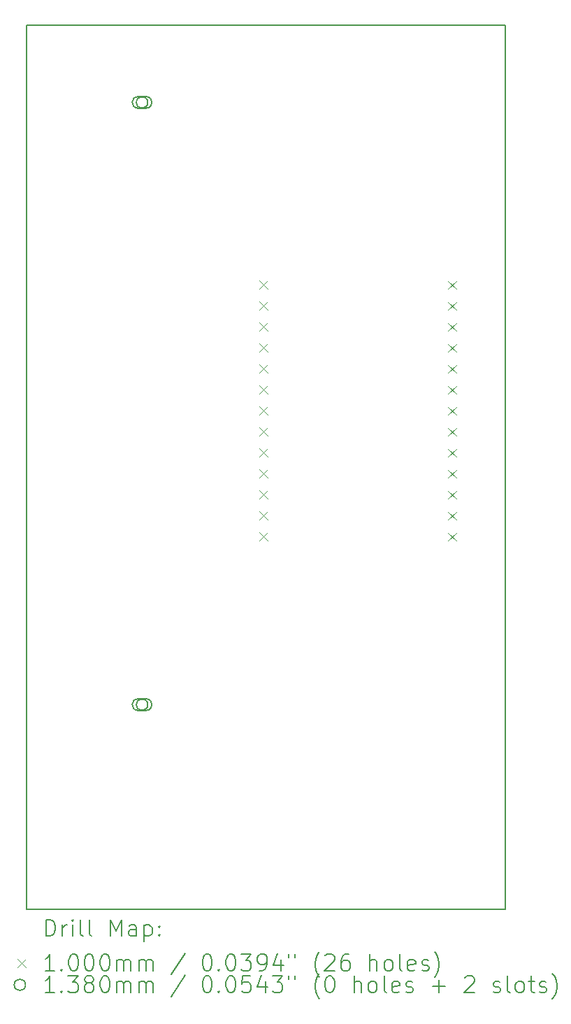
<source format=gbr>
%TF.GenerationSoftware,KiCad,Pcbnew,7.0.2*%
%TF.CreationDate,2023-07-06T08:05:11-07:00*%
%TF.ProjectId,LoRaWan_Bridge_w_Battery_CC1101flow,4c6f5261-5761-46e5-9f42-72696467655f,rev?*%
%TF.SameCoordinates,Original*%
%TF.FileFunction,Drillmap*%
%TF.FilePolarity,Positive*%
%FSLAX45Y45*%
G04 Gerber Fmt 4.5, Leading zero omitted, Abs format (unit mm)*
G04 Created by KiCad (PCBNEW 7.0.2) date 2023-07-06 08:05:11*
%MOMM*%
%LPD*%
G01*
G04 APERTURE LIST*
%ADD10C,0.200000*%
%ADD11C,0.100000*%
%ADD12C,0.138000*%
G04 APERTURE END LIST*
D10*
X8885600Y-3716000D02*
X14685600Y-3716000D01*
X14685600Y-14416000D01*
X8885600Y-14416000D01*
X8885600Y-3716000D01*
D11*
X11707000Y-6808000D02*
X11807000Y-6908000D01*
X11807000Y-6808000D02*
X11707000Y-6908000D01*
X11707000Y-7062000D02*
X11807000Y-7162000D01*
X11807000Y-7062000D02*
X11707000Y-7162000D01*
X11707000Y-7316000D02*
X11807000Y-7416000D01*
X11807000Y-7316000D02*
X11707000Y-7416000D01*
X11707000Y-7570000D02*
X11807000Y-7670000D01*
X11807000Y-7570000D02*
X11707000Y-7670000D01*
X11707000Y-7824000D02*
X11807000Y-7924000D01*
X11807000Y-7824000D02*
X11707000Y-7924000D01*
X11707000Y-8078000D02*
X11807000Y-8178000D01*
X11807000Y-8078000D02*
X11707000Y-8178000D01*
X11707000Y-8332000D02*
X11807000Y-8432000D01*
X11807000Y-8332000D02*
X11707000Y-8432000D01*
X11707000Y-8586000D02*
X11807000Y-8686000D01*
X11807000Y-8586000D02*
X11707000Y-8686000D01*
X11707000Y-8840000D02*
X11807000Y-8940000D01*
X11807000Y-8840000D02*
X11707000Y-8940000D01*
X11707000Y-9094000D02*
X11807000Y-9194000D01*
X11807000Y-9094000D02*
X11707000Y-9194000D01*
X11707000Y-9348000D02*
X11807000Y-9448000D01*
X11807000Y-9348000D02*
X11707000Y-9448000D01*
X11707000Y-9602000D02*
X11807000Y-9702000D01*
X11807000Y-9602000D02*
X11707000Y-9702000D01*
X11707000Y-9856000D02*
X11807000Y-9956000D01*
X11807000Y-9856000D02*
X11707000Y-9956000D01*
X13993000Y-6809500D02*
X14093000Y-6909500D01*
X14093000Y-6809500D02*
X13993000Y-6909500D01*
X13993000Y-7063500D02*
X14093000Y-7163500D01*
X14093000Y-7063500D02*
X13993000Y-7163500D01*
X13993000Y-7317500D02*
X14093000Y-7417500D01*
X14093000Y-7317500D02*
X13993000Y-7417500D01*
X13993000Y-7571500D02*
X14093000Y-7671500D01*
X14093000Y-7571500D02*
X13993000Y-7671500D01*
X13993000Y-7825500D02*
X14093000Y-7925500D01*
X14093000Y-7825500D02*
X13993000Y-7925500D01*
X13993000Y-8079500D02*
X14093000Y-8179500D01*
X14093000Y-8079500D02*
X13993000Y-8179500D01*
X13993000Y-8333500D02*
X14093000Y-8433500D01*
X14093000Y-8333500D02*
X13993000Y-8433500D01*
X13993000Y-8587500D02*
X14093000Y-8687500D01*
X14093000Y-8587500D02*
X13993000Y-8687500D01*
X13993000Y-8841500D02*
X14093000Y-8941500D01*
X14093000Y-8841500D02*
X13993000Y-8941500D01*
X13993000Y-9095500D02*
X14093000Y-9195500D01*
X14093000Y-9095500D02*
X13993000Y-9195500D01*
X13993000Y-9349500D02*
X14093000Y-9449500D01*
X14093000Y-9349500D02*
X13993000Y-9449500D01*
X13993000Y-9603500D02*
X14093000Y-9703500D01*
X14093000Y-9603500D02*
X13993000Y-9703500D01*
X13993000Y-9857500D02*
X14093000Y-9957500D01*
X14093000Y-9857500D02*
X13993000Y-9957500D01*
D12*
X10356000Y-4648000D02*
G75*
G03*
X10356000Y-4648000I-69000J0D01*
G01*
D10*
X10338000Y-4579000D02*
X10236000Y-4579000D01*
X10236000Y-4579000D02*
G75*
G03*
X10236000Y-4717000I0J-69000D01*
G01*
X10236000Y-4717000D02*
X10338000Y-4717000D01*
X10338000Y-4717000D02*
G75*
G03*
X10338000Y-4579000I0J69000D01*
G01*
D12*
X10356000Y-11938000D02*
G75*
G03*
X10356000Y-11938000I-69000J0D01*
G01*
D10*
X10338000Y-11869000D02*
X10236000Y-11869000D01*
X10236000Y-11869000D02*
G75*
G03*
X10236000Y-12007000I0J-69000D01*
G01*
X10236000Y-12007000D02*
X10338000Y-12007000D01*
X10338000Y-12007000D02*
G75*
G03*
X10338000Y-11869000I0J69000D01*
G01*
X9123219Y-14738524D02*
X9123219Y-14538524D01*
X9123219Y-14538524D02*
X9170838Y-14538524D01*
X9170838Y-14538524D02*
X9199410Y-14548048D01*
X9199410Y-14548048D02*
X9218457Y-14567095D01*
X9218457Y-14567095D02*
X9227981Y-14586143D01*
X9227981Y-14586143D02*
X9237505Y-14624238D01*
X9237505Y-14624238D02*
X9237505Y-14652809D01*
X9237505Y-14652809D02*
X9227981Y-14690905D01*
X9227981Y-14690905D02*
X9218457Y-14709952D01*
X9218457Y-14709952D02*
X9199410Y-14729000D01*
X9199410Y-14729000D02*
X9170838Y-14738524D01*
X9170838Y-14738524D02*
X9123219Y-14738524D01*
X9323219Y-14738524D02*
X9323219Y-14605190D01*
X9323219Y-14643286D02*
X9332743Y-14624238D01*
X9332743Y-14624238D02*
X9342267Y-14614714D01*
X9342267Y-14614714D02*
X9361314Y-14605190D01*
X9361314Y-14605190D02*
X9380362Y-14605190D01*
X9447029Y-14738524D02*
X9447029Y-14605190D01*
X9447029Y-14538524D02*
X9437505Y-14548048D01*
X9437505Y-14548048D02*
X9447029Y-14557571D01*
X9447029Y-14557571D02*
X9456552Y-14548048D01*
X9456552Y-14548048D02*
X9447029Y-14538524D01*
X9447029Y-14538524D02*
X9447029Y-14557571D01*
X9570838Y-14738524D02*
X9551790Y-14729000D01*
X9551790Y-14729000D02*
X9542267Y-14709952D01*
X9542267Y-14709952D02*
X9542267Y-14538524D01*
X9675600Y-14738524D02*
X9656552Y-14729000D01*
X9656552Y-14729000D02*
X9647029Y-14709952D01*
X9647029Y-14709952D02*
X9647029Y-14538524D01*
X9904171Y-14738524D02*
X9904171Y-14538524D01*
X9904171Y-14538524D02*
X9970838Y-14681381D01*
X9970838Y-14681381D02*
X10037505Y-14538524D01*
X10037505Y-14538524D02*
X10037505Y-14738524D01*
X10218457Y-14738524D02*
X10218457Y-14633762D01*
X10218457Y-14633762D02*
X10208933Y-14614714D01*
X10208933Y-14614714D02*
X10189886Y-14605190D01*
X10189886Y-14605190D02*
X10151790Y-14605190D01*
X10151790Y-14605190D02*
X10132743Y-14614714D01*
X10218457Y-14729000D02*
X10199410Y-14738524D01*
X10199410Y-14738524D02*
X10151790Y-14738524D01*
X10151790Y-14738524D02*
X10132743Y-14729000D01*
X10132743Y-14729000D02*
X10123219Y-14709952D01*
X10123219Y-14709952D02*
X10123219Y-14690905D01*
X10123219Y-14690905D02*
X10132743Y-14671857D01*
X10132743Y-14671857D02*
X10151790Y-14662333D01*
X10151790Y-14662333D02*
X10199410Y-14662333D01*
X10199410Y-14662333D02*
X10218457Y-14652809D01*
X10313695Y-14605190D02*
X10313695Y-14805190D01*
X10313695Y-14614714D02*
X10332743Y-14605190D01*
X10332743Y-14605190D02*
X10370838Y-14605190D01*
X10370838Y-14605190D02*
X10389886Y-14614714D01*
X10389886Y-14614714D02*
X10399410Y-14624238D01*
X10399410Y-14624238D02*
X10408933Y-14643286D01*
X10408933Y-14643286D02*
X10408933Y-14700428D01*
X10408933Y-14700428D02*
X10399410Y-14719476D01*
X10399410Y-14719476D02*
X10389886Y-14729000D01*
X10389886Y-14729000D02*
X10370838Y-14738524D01*
X10370838Y-14738524D02*
X10332743Y-14738524D01*
X10332743Y-14738524D02*
X10313695Y-14729000D01*
X10494648Y-14719476D02*
X10504171Y-14729000D01*
X10504171Y-14729000D02*
X10494648Y-14738524D01*
X10494648Y-14738524D02*
X10485124Y-14729000D01*
X10485124Y-14729000D02*
X10494648Y-14719476D01*
X10494648Y-14719476D02*
X10494648Y-14738524D01*
X10494648Y-14614714D02*
X10504171Y-14624238D01*
X10504171Y-14624238D02*
X10494648Y-14633762D01*
X10494648Y-14633762D02*
X10485124Y-14624238D01*
X10485124Y-14624238D02*
X10494648Y-14614714D01*
X10494648Y-14614714D02*
X10494648Y-14633762D01*
D11*
X8775600Y-15016000D02*
X8875600Y-15116000D01*
X8875600Y-15016000D02*
X8775600Y-15116000D01*
D10*
X9227981Y-15158524D02*
X9113695Y-15158524D01*
X9170838Y-15158524D02*
X9170838Y-14958524D01*
X9170838Y-14958524D02*
X9151790Y-14987095D01*
X9151790Y-14987095D02*
X9132743Y-15006143D01*
X9132743Y-15006143D02*
X9113695Y-15015667D01*
X9313695Y-15139476D02*
X9323219Y-15149000D01*
X9323219Y-15149000D02*
X9313695Y-15158524D01*
X9313695Y-15158524D02*
X9304171Y-15149000D01*
X9304171Y-15149000D02*
X9313695Y-15139476D01*
X9313695Y-15139476D02*
X9313695Y-15158524D01*
X9447029Y-14958524D02*
X9466076Y-14958524D01*
X9466076Y-14958524D02*
X9485124Y-14968048D01*
X9485124Y-14968048D02*
X9494648Y-14977571D01*
X9494648Y-14977571D02*
X9504171Y-14996619D01*
X9504171Y-14996619D02*
X9513695Y-15034714D01*
X9513695Y-15034714D02*
X9513695Y-15082333D01*
X9513695Y-15082333D02*
X9504171Y-15120428D01*
X9504171Y-15120428D02*
X9494648Y-15139476D01*
X9494648Y-15139476D02*
X9485124Y-15149000D01*
X9485124Y-15149000D02*
X9466076Y-15158524D01*
X9466076Y-15158524D02*
X9447029Y-15158524D01*
X9447029Y-15158524D02*
X9427981Y-15149000D01*
X9427981Y-15149000D02*
X9418457Y-15139476D01*
X9418457Y-15139476D02*
X9408933Y-15120428D01*
X9408933Y-15120428D02*
X9399410Y-15082333D01*
X9399410Y-15082333D02*
X9399410Y-15034714D01*
X9399410Y-15034714D02*
X9408933Y-14996619D01*
X9408933Y-14996619D02*
X9418457Y-14977571D01*
X9418457Y-14977571D02*
X9427981Y-14968048D01*
X9427981Y-14968048D02*
X9447029Y-14958524D01*
X9637505Y-14958524D02*
X9656552Y-14958524D01*
X9656552Y-14958524D02*
X9675600Y-14968048D01*
X9675600Y-14968048D02*
X9685124Y-14977571D01*
X9685124Y-14977571D02*
X9694648Y-14996619D01*
X9694648Y-14996619D02*
X9704171Y-15034714D01*
X9704171Y-15034714D02*
X9704171Y-15082333D01*
X9704171Y-15082333D02*
X9694648Y-15120428D01*
X9694648Y-15120428D02*
X9685124Y-15139476D01*
X9685124Y-15139476D02*
X9675600Y-15149000D01*
X9675600Y-15149000D02*
X9656552Y-15158524D01*
X9656552Y-15158524D02*
X9637505Y-15158524D01*
X9637505Y-15158524D02*
X9618457Y-15149000D01*
X9618457Y-15149000D02*
X9608933Y-15139476D01*
X9608933Y-15139476D02*
X9599410Y-15120428D01*
X9599410Y-15120428D02*
X9589886Y-15082333D01*
X9589886Y-15082333D02*
X9589886Y-15034714D01*
X9589886Y-15034714D02*
X9599410Y-14996619D01*
X9599410Y-14996619D02*
X9608933Y-14977571D01*
X9608933Y-14977571D02*
X9618457Y-14968048D01*
X9618457Y-14968048D02*
X9637505Y-14958524D01*
X9827981Y-14958524D02*
X9847029Y-14958524D01*
X9847029Y-14958524D02*
X9866076Y-14968048D01*
X9866076Y-14968048D02*
X9875600Y-14977571D01*
X9875600Y-14977571D02*
X9885124Y-14996619D01*
X9885124Y-14996619D02*
X9894648Y-15034714D01*
X9894648Y-15034714D02*
X9894648Y-15082333D01*
X9894648Y-15082333D02*
X9885124Y-15120428D01*
X9885124Y-15120428D02*
X9875600Y-15139476D01*
X9875600Y-15139476D02*
X9866076Y-15149000D01*
X9866076Y-15149000D02*
X9847029Y-15158524D01*
X9847029Y-15158524D02*
X9827981Y-15158524D01*
X9827981Y-15158524D02*
X9808933Y-15149000D01*
X9808933Y-15149000D02*
X9799410Y-15139476D01*
X9799410Y-15139476D02*
X9789886Y-15120428D01*
X9789886Y-15120428D02*
X9780362Y-15082333D01*
X9780362Y-15082333D02*
X9780362Y-15034714D01*
X9780362Y-15034714D02*
X9789886Y-14996619D01*
X9789886Y-14996619D02*
X9799410Y-14977571D01*
X9799410Y-14977571D02*
X9808933Y-14968048D01*
X9808933Y-14968048D02*
X9827981Y-14958524D01*
X9980362Y-15158524D02*
X9980362Y-15025190D01*
X9980362Y-15044238D02*
X9989886Y-15034714D01*
X9989886Y-15034714D02*
X10008933Y-15025190D01*
X10008933Y-15025190D02*
X10037505Y-15025190D01*
X10037505Y-15025190D02*
X10056552Y-15034714D01*
X10056552Y-15034714D02*
X10066076Y-15053762D01*
X10066076Y-15053762D02*
X10066076Y-15158524D01*
X10066076Y-15053762D02*
X10075600Y-15034714D01*
X10075600Y-15034714D02*
X10094648Y-15025190D01*
X10094648Y-15025190D02*
X10123219Y-15025190D01*
X10123219Y-15025190D02*
X10142267Y-15034714D01*
X10142267Y-15034714D02*
X10151791Y-15053762D01*
X10151791Y-15053762D02*
X10151791Y-15158524D01*
X10247029Y-15158524D02*
X10247029Y-15025190D01*
X10247029Y-15044238D02*
X10256552Y-15034714D01*
X10256552Y-15034714D02*
X10275600Y-15025190D01*
X10275600Y-15025190D02*
X10304172Y-15025190D01*
X10304172Y-15025190D02*
X10323219Y-15034714D01*
X10323219Y-15034714D02*
X10332743Y-15053762D01*
X10332743Y-15053762D02*
X10332743Y-15158524D01*
X10332743Y-15053762D02*
X10342267Y-15034714D01*
X10342267Y-15034714D02*
X10361314Y-15025190D01*
X10361314Y-15025190D02*
X10389886Y-15025190D01*
X10389886Y-15025190D02*
X10408933Y-15034714D01*
X10408933Y-15034714D02*
X10418457Y-15053762D01*
X10418457Y-15053762D02*
X10418457Y-15158524D01*
X10808933Y-14949000D02*
X10637505Y-15206143D01*
X11066076Y-14958524D02*
X11085124Y-14958524D01*
X11085124Y-14958524D02*
X11104172Y-14968048D01*
X11104172Y-14968048D02*
X11113695Y-14977571D01*
X11113695Y-14977571D02*
X11123219Y-14996619D01*
X11123219Y-14996619D02*
X11132743Y-15034714D01*
X11132743Y-15034714D02*
X11132743Y-15082333D01*
X11132743Y-15082333D02*
X11123219Y-15120428D01*
X11123219Y-15120428D02*
X11113695Y-15139476D01*
X11113695Y-15139476D02*
X11104172Y-15149000D01*
X11104172Y-15149000D02*
X11085124Y-15158524D01*
X11085124Y-15158524D02*
X11066076Y-15158524D01*
X11066076Y-15158524D02*
X11047029Y-15149000D01*
X11047029Y-15149000D02*
X11037505Y-15139476D01*
X11037505Y-15139476D02*
X11027981Y-15120428D01*
X11027981Y-15120428D02*
X11018457Y-15082333D01*
X11018457Y-15082333D02*
X11018457Y-15034714D01*
X11018457Y-15034714D02*
X11027981Y-14996619D01*
X11027981Y-14996619D02*
X11037505Y-14977571D01*
X11037505Y-14977571D02*
X11047029Y-14968048D01*
X11047029Y-14968048D02*
X11066076Y-14958524D01*
X11218457Y-15139476D02*
X11227981Y-15149000D01*
X11227981Y-15149000D02*
X11218457Y-15158524D01*
X11218457Y-15158524D02*
X11208933Y-15149000D01*
X11208933Y-15149000D02*
X11218457Y-15139476D01*
X11218457Y-15139476D02*
X11218457Y-15158524D01*
X11351791Y-14958524D02*
X11370838Y-14958524D01*
X11370838Y-14958524D02*
X11389886Y-14968048D01*
X11389886Y-14968048D02*
X11399410Y-14977571D01*
X11399410Y-14977571D02*
X11408933Y-14996619D01*
X11408933Y-14996619D02*
X11418457Y-15034714D01*
X11418457Y-15034714D02*
X11418457Y-15082333D01*
X11418457Y-15082333D02*
X11408933Y-15120428D01*
X11408933Y-15120428D02*
X11399410Y-15139476D01*
X11399410Y-15139476D02*
X11389886Y-15149000D01*
X11389886Y-15149000D02*
X11370838Y-15158524D01*
X11370838Y-15158524D02*
X11351791Y-15158524D01*
X11351791Y-15158524D02*
X11332743Y-15149000D01*
X11332743Y-15149000D02*
X11323219Y-15139476D01*
X11323219Y-15139476D02*
X11313695Y-15120428D01*
X11313695Y-15120428D02*
X11304172Y-15082333D01*
X11304172Y-15082333D02*
X11304172Y-15034714D01*
X11304172Y-15034714D02*
X11313695Y-14996619D01*
X11313695Y-14996619D02*
X11323219Y-14977571D01*
X11323219Y-14977571D02*
X11332743Y-14968048D01*
X11332743Y-14968048D02*
X11351791Y-14958524D01*
X11485124Y-14958524D02*
X11608933Y-14958524D01*
X11608933Y-14958524D02*
X11542267Y-15034714D01*
X11542267Y-15034714D02*
X11570838Y-15034714D01*
X11570838Y-15034714D02*
X11589886Y-15044238D01*
X11589886Y-15044238D02*
X11599410Y-15053762D01*
X11599410Y-15053762D02*
X11608933Y-15072809D01*
X11608933Y-15072809D02*
X11608933Y-15120428D01*
X11608933Y-15120428D02*
X11599410Y-15139476D01*
X11599410Y-15139476D02*
X11589886Y-15149000D01*
X11589886Y-15149000D02*
X11570838Y-15158524D01*
X11570838Y-15158524D02*
X11513695Y-15158524D01*
X11513695Y-15158524D02*
X11494648Y-15149000D01*
X11494648Y-15149000D02*
X11485124Y-15139476D01*
X11704172Y-15158524D02*
X11742267Y-15158524D01*
X11742267Y-15158524D02*
X11761314Y-15149000D01*
X11761314Y-15149000D02*
X11770838Y-15139476D01*
X11770838Y-15139476D02*
X11789886Y-15110905D01*
X11789886Y-15110905D02*
X11799410Y-15072809D01*
X11799410Y-15072809D02*
X11799410Y-14996619D01*
X11799410Y-14996619D02*
X11789886Y-14977571D01*
X11789886Y-14977571D02*
X11780362Y-14968048D01*
X11780362Y-14968048D02*
X11761314Y-14958524D01*
X11761314Y-14958524D02*
X11723219Y-14958524D01*
X11723219Y-14958524D02*
X11704172Y-14968048D01*
X11704172Y-14968048D02*
X11694648Y-14977571D01*
X11694648Y-14977571D02*
X11685124Y-14996619D01*
X11685124Y-14996619D02*
X11685124Y-15044238D01*
X11685124Y-15044238D02*
X11694648Y-15063286D01*
X11694648Y-15063286D02*
X11704172Y-15072809D01*
X11704172Y-15072809D02*
X11723219Y-15082333D01*
X11723219Y-15082333D02*
X11761314Y-15082333D01*
X11761314Y-15082333D02*
X11780362Y-15072809D01*
X11780362Y-15072809D02*
X11789886Y-15063286D01*
X11789886Y-15063286D02*
X11799410Y-15044238D01*
X11970838Y-15025190D02*
X11970838Y-15158524D01*
X11923219Y-14949000D02*
X11875600Y-15091857D01*
X11875600Y-15091857D02*
X11999410Y-15091857D01*
X12066076Y-14958524D02*
X12066076Y-14996619D01*
X12142267Y-14958524D02*
X12142267Y-14996619D01*
X12437505Y-15234714D02*
X12427981Y-15225190D01*
X12427981Y-15225190D02*
X12408934Y-15196619D01*
X12408934Y-15196619D02*
X12399410Y-15177571D01*
X12399410Y-15177571D02*
X12389886Y-15149000D01*
X12389886Y-15149000D02*
X12380362Y-15101381D01*
X12380362Y-15101381D02*
X12380362Y-15063286D01*
X12380362Y-15063286D02*
X12389886Y-15015667D01*
X12389886Y-15015667D02*
X12399410Y-14987095D01*
X12399410Y-14987095D02*
X12408934Y-14968048D01*
X12408934Y-14968048D02*
X12427981Y-14939476D01*
X12427981Y-14939476D02*
X12437505Y-14929952D01*
X12504172Y-14977571D02*
X12513695Y-14968048D01*
X12513695Y-14968048D02*
X12532743Y-14958524D01*
X12532743Y-14958524D02*
X12580362Y-14958524D01*
X12580362Y-14958524D02*
X12599410Y-14968048D01*
X12599410Y-14968048D02*
X12608934Y-14977571D01*
X12608934Y-14977571D02*
X12618457Y-14996619D01*
X12618457Y-14996619D02*
X12618457Y-15015667D01*
X12618457Y-15015667D02*
X12608934Y-15044238D01*
X12608934Y-15044238D02*
X12494648Y-15158524D01*
X12494648Y-15158524D02*
X12618457Y-15158524D01*
X12789886Y-14958524D02*
X12751791Y-14958524D01*
X12751791Y-14958524D02*
X12732743Y-14968048D01*
X12732743Y-14968048D02*
X12723219Y-14977571D01*
X12723219Y-14977571D02*
X12704172Y-15006143D01*
X12704172Y-15006143D02*
X12694648Y-15044238D01*
X12694648Y-15044238D02*
X12694648Y-15120428D01*
X12694648Y-15120428D02*
X12704172Y-15139476D01*
X12704172Y-15139476D02*
X12713695Y-15149000D01*
X12713695Y-15149000D02*
X12732743Y-15158524D01*
X12732743Y-15158524D02*
X12770838Y-15158524D01*
X12770838Y-15158524D02*
X12789886Y-15149000D01*
X12789886Y-15149000D02*
X12799410Y-15139476D01*
X12799410Y-15139476D02*
X12808934Y-15120428D01*
X12808934Y-15120428D02*
X12808934Y-15072809D01*
X12808934Y-15072809D02*
X12799410Y-15053762D01*
X12799410Y-15053762D02*
X12789886Y-15044238D01*
X12789886Y-15044238D02*
X12770838Y-15034714D01*
X12770838Y-15034714D02*
X12732743Y-15034714D01*
X12732743Y-15034714D02*
X12713695Y-15044238D01*
X12713695Y-15044238D02*
X12704172Y-15053762D01*
X12704172Y-15053762D02*
X12694648Y-15072809D01*
X13047029Y-15158524D02*
X13047029Y-14958524D01*
X13132743Y-15158524D02*
X13132743Y-15053762D01*
X13132743Y-15053762D02*
X13123219Y-15034714D01*
X13123219Y-15034714D02*
X13104172Y-15025190D01*
X13104172Y-15025190D02*
X13075600Y-15025190D01*
X13075600Y-15025190D02*
X13056553Y-15034714D01*
X13056553Y-15034714D02*
X13047029Y-15044238D01*
X13256553Y-15158524D02*
X13237505Y-15149000D01*
X13237505Y-15149000D02*
X13227981Y-15139476D01*
X13227981Y-15139476D02*
X13218457Y-15120428D01*
X13218457Y-15120428D02*
X13218457Y-15063286D01*
X13218457Y-15063286D02*
X13227981Y-15044238D01*
X13227981Y-15044238D02*
X13237505Y-15034714D01*
X13237505Y-15034714D02*
X13256553Y-15025190D01*
X13256553Y-15025190D02*
X13285124Y-15025190D01*
X13285124Y-15025190D02*
X13304172Y-15034714D01*
X13304172Y-15034714D02*
X13313696Y-15044238D01*
X13313696Y-15044238D02*
X13323219Y-15063286D01*
X13323219Y-15063286D02*
X13323219Y-15120428D01*
X13323219Y-15120428D02*
X13313696Y-15139476D01*
X13313696Y-15139476D02*
X13304172Y-15149000D01*
X13304172Y-15149000D02*
X13285124Y-15158524D01*
X13285124Y-15158524D02*
X13256553Y-15158524D01*
X13437505Y-15158524D02*
X13418457Y-15149000D01*
X13418457Y-15149000D02*
X13408934Y-15129952D01*
X13408934Y-15129952D02*
X13408934Y-14958524D01*
X13589886Y-15149000D02*
X13570838Y-15158524D01*
X13570838Y-15158524D02*
X13532743Y-15158524D01*
X13532743Y-15158524D02*
X13513696Y-15149000D01*
X13513696Y-15149000D02*
X13504172Y-15129952D01*
X13504172Y-15129952D02*
X13504172Y-15053762D01*
X13504172Y-15053762D02*
X13513696Y-15034714D01*
X13513696Y-15034714D02*
X13532743Y-15025190D01*
X13532743Y-15025190D02*
X13570838Y-15025190D01*
X13570838Y-15025190D02*
X13589886Y-15034714D01*
X13589886Y-15034714D02*
X13599410Y-15053762D01*
X13599410Y-15053762D02*
X13599410Y-15072809D01*
X13599410Y-15072809D02*
X13504172Y-15091857D01*
X13675600Y-15149000D02*
X13694648Y-15158524D01*
X13694648Y-15158524D02*
X13732743Y-15158524D01*
X13732743Y-15158524D02*
X13751791Y-15149000D01*
X13751791Y-15149000D02*
X13761315Y-15129952D01*
X13761315Y-15129952D02*
X13761315Y-15120428D01*
X13761315Y-15120428D02*
X13751791Y-15101381D01*
X13751791Y-15101381D02*
X13732743Y-15091857D01*
X13732743Y-15091857D02*
X13704172Y-15091857D01*
X13704172Y-15091857D02*
X13685124Y-15082333D01*
X13685124Y-15082333D02*
X13675600Y-15063286D01*
X13675600Y-15063286D02*
X13675600Y-15053762D01*
X13675600Y-15053762D02*
X13685124Y-15034714D01*
X13685124Y-15034714D02*
X13704172Y-15025190D01*
X13704172Y-15025190D02*
X13732743Y-15025190D01*
X13732743Y-15025190D02*
X13751791Y-15034714D01*
X13827981Y-15234714D02*
X13837505Y-15225190D01*
X13837505Y-15225190D02*
X13856553Y-15196619D01*
X13856553Y-15196619D02*
X13866077Y-15177571D01*
X13866077Y-15177571D02*
X13875600Y-15149000D01*
X13875600Y-15149000D02*
X13885124Y-15101381D01*
X13885124Y-15101381D02*
X13885124Y-15063286D01*
X13885124Y-15063286D02*
X13875600Y-15015667D01*
X13875600Y-15015667D02*
X13866077Y-14987095D01*
X13866077Y-14987095D02*
X13856553Y-14968048D01*
X13856553Y-14968048D02*
X13837505Y-14939476D01*
X13837505Y-14939476D02*
X13827981Y-14929952D01*
D12*
X8875600Y-15330000D02*
G75*
G03*
X8875600Y-15330000I-69000J0D01*
G01*
D10*
X9227981Y-15422524D02*
X9113695Y-15422524D01*
X9170838Y-15422524D02*
X9170838Y-15222524D01*
X9170838Y-15222524D02*
X9151790Y-15251095D01*
X9151790Y-15251095D02*
X9132743Y-15270143D01*
X9132743Y-15270143D02*
X9113695Y-15279667D01*
X9313695Y-15403476D02*
X9323219Y-15413000D01*
X9323219Y-15413000D02*
X9313695Y-15422524D01*
X9313695Y-15422524D02*
X9304171Y-15413000D01*
X9304171Y-15413000D02*
X9313695Y-15403476D01*
X9313695Y-15403476D02*
X9313695Y-15422524D01*
X9389886Y-15222524D02*
X9513695Y-15222524D01*
X9513695Y-15222524D02*
X9447029Y-15298714D01*
X9447029Y-15298714D02*
X9475600Y-15298714D01*
X9475600Y-15298714D02*
X9494648Y-15308238D01*
X9494648Y-15308238D02*
X9504171Y-15317762D01*
X9504171Y-15317762D02*
X9513695Y-15336809D01*
X9513695Y-15336809D02*
X9513695Y-15384428D01*
X9513695Y-15384428D02*
X9504171Y-15403476D01*
X9504171Y-15403476D02*
X9494648Y-15413000D01*
X9494648Y-15413000D02*
X9475600Y-15422524D01*
X9475600Y-15422524D02*
X9418457Y-15422524D01*
X9418457Y-15422524D02*
X9399410Y-15413000D01*
X9399410Y-15413000D02*
X9389886Y-15403476D01*
X9627981Y-15308238D02*
X9608933Y-15298714D01*
X9608933Y-15298714D02*
X9599410Y-15289190D01*
X9599410Y-15289190D02*
X9589886Y-15270143D01*
X9589886Y-15270143D02*
X9589886Y-15260619D01*
X9589886Y-15260619D02*
X9599410Y-15241571D01*
X9599410Y-15241571D02*
X9608933Y-15232048D01*
X9608933Y-15232048D02*
X9627981Y-15222524D01*
X9627981Y-15222524D02*
X9666076Y-15222524D01*
X9666076Y-15222524D02*
X9685124Y-15232048D01*
X9685124Y-15232048D02*
X9694648Y-15241571D01*
X9694648Y-15241571D02*
X9704171Y-15260619D01*
X9704171Y-15260619D02*
X9704171Y-15270143D01*
X9704171Y-15270143D02*
X9694648Y-15289190D01*
X9694648Y-15289190D02*
X9685124Y-15298714D01*
X9685124Y-15298714D02*
X9666076Y-15308238D01*
X9666076Y-15308238D02*
X9627981Y-15308238D01*
X9627981Y-15308238D02*
X9608933Y-15317762D01*
X9608933Y-15317762D02*
X9599410Y-15327286D01*
X9599410Y-15327286D02*
X9589886Y-15346333D01*
X9589886Y-15346333D02*
X9589886Y-15384428D01*
X9589886Y-15384428D02*
X9599410Y-15403476D01*
X9599410Y-15403476D02*
X9608933Y-15413000D01*
X9608933Y-15413000D02*
X9627981Y-15422524D01*
X9627981Y-15422524D02*
X9666076Y-15422524D01*
X9666076Y-15422524D02*
X9685124Y-15413000D01*
X9685124Y-15413000D02*
X9694648Y-15403476D01*
X9694648Y-15403476D02*
X9704171Y-15384428D01*
X9704171Y-15384428D02*
X9704171Y-15346333D01*
X9704171Y-15346333D02*
X9694648Y-15327286D01*
X9694648Y-15327286D02*
X9685124Y-15317762D01*
X9685124Y-15317762D02*
X9666076Y-15308238D01*
X9827981Y-15222524D02*
X9847029Y-15222524D01*
X9847029Y-15222524D02*
X9866076Y-15232048D01*
X9866076Y-15232048D02*
X9875600Y-15241571D01*
X9875600Y-15241571D02*
X9885124Y-15260619D01*
X9885124Y-15260619D02*
X9894648Y-15298714D01*
X9894648Y-15298714D02*
X9894648Y-15346333D01*
X9894648Y-15346333D02*
X9885124Y-15384428D01*
X9885124Y-15384428D02*
X9875600Y-15403476D01*
X9875600Y-15403476D02*
X9866076Y-15413000D01*
X9866076Y-15413000D02*
X9847029Y-15422524D01*
X9847029Y-15422524D02*
X9827981Y-15422524D01*
X9827981Y-15422524D02*
X9808933Y-15413000D01*
X9808933Y-15413000D02*
X9799410Y-15403476D01*
X9799410Y-15403476D02*
X9789886Y-15384428D01*
X9789886Y-15384428D02*
X9780362Y-15346333D01*
X9780362Y-15346333D02*
X9780362Y-15298714D01*
X9780362Y-15298714D02*
X9789886Y-15260619D01*
X9789886Y-15260619D02*
X9799410Y-15241571D01*
X9799410Y-15241571D02*
X9808933Y-15232048D01*
X9808933Y-15232048D02*
X9827981Y-15222524D01*
X9980362Y-15422524D02*
X9980362Y-15289190D01*
X9980362Y-15308238D02*
X9989886Y-15298714D01*
X9989886Y-15298714D02*
X10008933Y-15289190D01*
X10008933Y-15289190D02*
X10037505Y-15289190D01*
X10037505Y-15289190D02*
X10056552Y-15298714D01*
X10056552Y-15298714D02*
X10066076Y-15317762D01*
X10066076Y-15317762D02*
X10066076Y-15422524D01*
X10066076Y-15317762D02*
X10075600Y-15298714D01*
X10075600Y-15298714D02*
X10094648Y-15289190D01*
X10094648Y-15289190D02*
X10123219Y-15289190D01*
X10123219Y-15289190D02*
X10142267Y-15298714D01*
X10142267Y-15298714D02*
X10151791Y-15317762D01*
X10151791Y-15317762D02*
X10151791Y-15422524D01*
X10247029Y-15422524D02*
X10247029Y-15289190D01*
X10247029Y-15308238D02*
X10256552Y-15298714D01*
X10256552Y-15298714D02*
X10275600Y-15289190D01*
X10275600Y-15289190D02*
X10304172Y-15289190D01*
X10304172Y-15289190D02*
X10323219Y-15298714D01*
X10323219Y-15298714D02*
X10332743Y-15317762D01*
X10332743Y-15317762D02*
X10332743Y-15422524D01*
X10332743Y-15317762D02*
X10342267Y-15298714D01*
X10342267Y-15298714D02*
X10361314Y-15289190D01*
X10361314Y-15289190D02*
X10389886Y-15289190D01*
X10389886Y-15289190D02*
X10408933Y-15298714D01*
X10408933Y-15298714D02*
X10418457Y-15317762D01*
X10418457Y-15317762D02*
X10418457Y-15422524D01*
X10808933Y-15213000D02*
X10637505Y-15470143D01*
X11066076Y-15222524D02*
X11085124Y-15222524D01*
X11085124Y-15222524D02*
X11104172Y-15232048D01*
X11104172Y-15232048D02*
X11113695Y-15241571D01*
X11113695Y-15241571D02*
X11123219Y-15260619D01*
X11123219Y-15260619D02*
X11132743Y-15298714D01*
X11132743Y-15298714D02*
X11132743Y-15346333D01*
X11132743Y-15346333D02*
X11123219Y-15384428D01*
X11123219Y-15384428D02*
X11113695Y-15403476D01*
X11113695Y-15403476D02*
X11104172Y-15413000D01*
X11104172Y-15413000D02*
X11085124Y-15422524D01*
X11085124Y-15422524D02*
X11066076Y-15422524D01*
X11066076Y-15422524D02*
X11047029Y-15413000D01*
X11047029Y-15413000D02*
X11037505Y-15403476D01*
X11037505Y-15403476D02*
X11027981Y-15384428D01*
X11027981Y-15384428D02*
X11018457Y-15346333D01*
X11018457Y-15346333D02*
X11018457Y-15298714D01*
X11018457Y-15298714D02*
X11027981Y-15260619D01*
X11027981Y-15260619D02*
X11037505Y-15241571D01*
X11037505Y-15241571D02*
X11047029Y-15232048D01*
X11047029Y-15232048D02*
X11066076Y-15222524D01*
X11218457Y-15403476D02*
X11227981Y-15413000D01*
X11227981Y-15413000D02*
X11218457Y-15422524D01*
X11218457Y-15422524D02*
X11208933Y-15413000D01*
X11208933Y-15413000D02*
X11218457Y-15403476D01*
X11218457Y-15403476D02*
X11218457Y-15422524D01*
X11351791Y-15222524D02*
X11370838Y-15222524D01*
X11370838Y-15222524D02*
X11389886Y-15232048D01*
X11389886Y-15232048D02*
X11399410Y-15241571D01*
X11399410Y-15241571D02*
X11408933Y-15260619D01*
X11408933Y-15260619D02*
X11418457Y-15298714D01*
X11418457Y-15298714D02*
X11418457Y-15346333D01*
X11418457Y-15346333D02*
X11408933Y-15384428D01*
X11408933Y-15384428D02*
X11399410Y-15403476D01*
X11399410Y-15403476D02*
X11389886Y-15413000D01*
X11389886Y-15413000D02*
X11370838Y-15422524D01*
X11370838Y-15422524D02*
X11351791Y-15422524D01*
X11351791Y-15422524D02*
X11332743Y-15413000D01*
X11332743Y-15413000D02*
X11323219Y-15403476D01*
X11323219Y-15403476D02*
X11313695Y-15384428D01*
X11313695Y-15384428D02*
X11304172Y-15346333D01*
X11304172Y-15346333D02*
X11304172Y-15298714D01*
X11304172Y-15298714D02*
X11313695Y-15260619D01*
X11313695Y-15260619D02*
X11323219Y-15241571D01*
X11323219Y-15241571D02*
X11332743Y-15232048D01*
X11332743Y-15232048D02*
X11351791Y-15222524D01*
X11599410Y-15222524D02*
X11504172Y-15222524D01*
X11504172Y-15222524D02*
X11494648Y-15317762D01*
X11494648Y-15317762D02*
X11504172Y-15308238D01*
X11504172Y-15308238D02*
X11523219Y-15298714D01*
X11523219Y-15298714D02*
X11570838Y-15298714D01*
X11570838Y-15298714D02*
X11589886Y-15308238D01*
X11589886Y-15308238D02*
X11599410Y-15317762D01*
X11599410Y-15317762D02*
X11608933Y-15336809D01*
X11608933Y-15336809D02*
X11608933Y-15384428D01*
X11608933Y-15384428D02*
X11599410Y-15403476D01*
X11599410Y-15403476D02*
X11589886Y-15413000D01*
X11589886Y-15413000D02*
X11570838Y-15422524D01*
X11570838Y-15422524D02*
X11523219Y-15422524D01*
X11523219Y-15422524D02*
X11504172Y-15413000D01*
X11504172Y-15413000D02*
X11494648Y-15403476D01*
X11780362Y-15289190D02*
X11780362Y-15422524D01*
X11732743Y-15213000D02*
X11685124Y-15355857D01*
X11685124Y-15355857D02*
X11808933Y-15355857D01*
X11866076Y-15222524D02*
X11989886Y-15222524D01*
X11989886Y-15222524D02*
X11923219Y-15298714D01*
X11923219Y-15298714D02*
X11951791Y-15298714D01*
X11951791Y-15298714D02*
X11970838Y-15308238D01*
X11970838Y-15308238D02*
X11980362Y-15317762D01*
X11980362Y-15317762D02*
X11989886Y-15336809D01*
X11989886Y-15336809D02*
X11989886Y-15384428D01*
X11989886Y-15384428D02*
X11980362Y-15403476D01*
X11980362Y-15403476D02*
X11970838Y-15413000D01*
X11970838Y-15413000D02*
X11951791Y-15422524D01*
X11951791Y-15422524D02*
X11894648Y-15422524D01*
X11894648Y-15422524D02*
X11875600Y-15413000D01*
X11875600Y-15413000D02*
X11866076Y-15403476D01*
X12066076Y-15222524D02*
X12066076Y-15260619D01*
X12142267Y-15222524D02*
X12142267Y-15260619D01*
X12437505Y-15498714D02*
X12427981Y-15489190D01*
X12427981Y-15489190D02*
X12408934Y-15460619D01*
X12408934Y-15460619D02*
X12399410Y-15441571D01*
X12399410Y-15441571D02*
X12389886Y-15413000D01*
X12389886Y-15413000D02*
X12380362Y-15365381D01*
X12380362Y-15365381D02*
X12380362Y-15327286D01*
X12380362Y-15327286D02*
X12389886Y-15279667D01*
X12389886Y-15279667D02*
X12399410Y-15251095D01*
X12399410Y-15251095D02*
X12408934Y-15232048D01*
X12408934Y-15232048D02*
X12427981Y-15203476D01*
X12427981Y-15203476D02*
X12437505Y-15193952D01*
X12551791Y-15222524D02*
X12570838Y-15222524D01*
X12570838Y-15222524D02*
X12589886Y-15232048D01*
X12589886Y-15232048D02*
X12599410Y-15241571D01*
X12599410Y-15241571D02*
X12608934Y-15260619D01*
X12608934Y-15260619D02*
X12618457Y-15298714D01*
X12618457Y-15298714D02*
X12618457Y-15346333D01*
X12618457Y-15346333D02*
X12608934Y-15384428D01*
X12608934Y-15384428D02*
X12599410Y-15403476D01*
X12599410Y-15403476D02*
X12589886Y-15413000D01*
X12589886Y-15413000D02*
X12570838Y-15422524D01*
X12570838Y-15422524D02*
X12551791Y-15422524D01*
X12551791Y-15422524D02*
X12532743Y-15413000D01*
X12532743Y-15413000D02*
X12523219Y-15403476D01*
X12523219Y-15403476D02*
X12513695Y-15384428D01*
X12513695Y-15384428D02*
X12504172Y-15346333D01*
X12504172Y-15346333D02*
X12504172Y-15298714D01*
X12504172Y-15298714D02*
X12513695Y-15260619D01*
X12513695Y-15260619D02*
X12523219Y-15241571D01*
X12523219Y-15241571D02*
X12532743Y-15232048D01*
X12532743Y-15232048D02*
X12551791Y-15222524D01*
X12856553Y-15422524D02*
X12856553Y-15222524D01*
X12942267Y-15422524D02*
X12942267Y-15317762D01*
X12942267Y-15317762D02*
X12932743Y-15298714D01*
X12932743Y-15298714D02*
X12913696Y-15289190D01*
X12913696Y-15289190D02*
X12885124Y-15289190D01*
X12885124Y-15289190D02*
X12866076Y-15298714D01*
X12866076Y-15298714D02*
X12856553Y-15308238D01*
X13066076Y-15422524D02*
X13047029Y-15413000D01*
X13047029Y-15413000D02*
X13037505Y-15403476D01*
X13037505Y-15403476D02*
X13027981Y-15384428D01*
X13027981Y-15384428D02*
X13027981Y-15327286D01*
X13027981Y-15327286D02*
X13037505Y-15308238D01*
X13037505Y-15308238D02*
X13047029Y-15298714D01*
X13047029Y-15298714D02*
X13066076Y-15289190D01*
X13066076Y-15289190D02*
X13094648Y-15289190D01*
X13094648Y-15289190D02*
X13113696Y-15298714D01*
X13113696Y-15298714D02*
X13123219Y-15308238D01*
X13123219Y-15308238D02*
X13132743Y-15327286D01*
X13132743Y-15327286D02*
X13132743Y-15384428D01*
X13132743Y-15384428D02*
X13123219Y-15403476D01*
X13123219Y-15403476D02*
X13113696Y-15413000D01*
X13113696Y-15413000D02*
X13094648Y-15422524D01*
X13094648Y-15422524D02*
X13066076Y-15422524D01*
X13247029Y-15422524D02*
X13227981Y-15413000D01*
X13227981Y-15413000D02*
X13218457Y-15393952D01*
X13218457Y-15393952D02*
X13218457Y-15222524D01*
X13399410Y-15413000D02*
X13380362Y-15422524D01*
X13380362Y-15422524D02*
X13342267Y-15422524D01*
X13342267Y-15422524D02*
X13323219Y-15413000D01*
X13323219Y-15413000D02*
X13313696Y-15393952D01*
X13313696Y-15393952D02*
X13313696Y-15317762D01*
X13313696Y-15317762D02*
X13323219Y-15298714D01*
X13323219Y-15298714D02*
X13342267Y-15289190D01*
X13342267Y-15289190D02*
X13380362Y-15289190D01*
X13380362Y-15289190D02*
X13399410Y-15298714D01*
X13399410Y-15298714D02*
X13408934Y-15317762D01*
X13408934Y-15317762D02*
X13408934Y-15336809D01*
X13408934Y-15336809D02*
X13313696Y-15355857D01*
X13485124Y-15413000D02*
X13504172Y-15422524D01*
X13504172Y-15422524D02*
X13542267Y-15422524D01*
X13542267Y-15422524D02*
X13561315Y-15413000D01*
X13561315Y-15413000D02*
X13570838Y-15393952D01*
X13570838Y-15393952D02*
X13570838Y-15384428D01*
X13570838Y-15384428D02*
X13561315Y-15365381D01*
X13561315Y-15365381D02*
X13542267Y-15355857D01*
X13542267Y-15355857D02*
X13513696Y-15355857D01*
X13513696Y-15355857D02*
X13494648Y-15346333D01*
X13494648Y-15346333D02*
X13485124Y-15327286D01*
X13485124Y-15327286D02*
X13485124Y-15317762D01*
X13485124Y-15317762D02*
X13494648Y-15298714D01*
X13494648Y-15298714D02*
X13513696Y-15289190D01*
X13513696Y-15289190D02*
X13542267Y-15289190D01*
X13542267Y-15289190D02*
X13561315Y-15298714D01*
X13808934Y-15346333D02*
X13961315Y-15346333D01*
X13885124Y-15422524D02*
X13885124Y-15270143D01*
X14199410Y-15241571D02*
X14208934Y-15232048D01*
X14208934Y-15232048D02*
X14227981Y-15222524D01*
X14227981Y-15222524D02*
X14275600Y-15222524D01*
X14275600Y-15222524D02*
X14294648Y-15232048D01*
X14294648Y-15232048D02*
X14304172Y-15241571D01*
X14304172Y-15241571D02*
X14313696Y-15260619D01*
X14313696Y-15260619D02*
X14313696Y-15279667D01*
X14313696Y-15279667D02*
X14304172Y-15308238D01*
X14304172Y-15308238D02*
X14189886Y-15422524D01*
X14189886Y-15422524D02*
X14313696Y-15422524D01*
X14542267Y-15413000D02*
X14561315Y-15422524D01*
X14561315Y-15422524D02*
X14599410Y-15422524D01*
X14599410Y-15422524D02*
X14618458Y-15413000D01*
X14618458Y-15413000D02*
X14627981Y-15393952D01*
X14627981Y-15393952D02*
X14627981Y-15384428D01*
X14627981Y-15384428D02*
X14618458Y-15365381D01*
X14618458Y-15365381D02*
X14599410Y-15355857D01*
X14599410Y-15355857D02*
X14570839Y-15355857D01*
X14570839Y-15355857D02*
X14551791Y-15346333D01*
X14551791Y-15346333D02*
X14542267Y-15327286D01*
X14542267Y-15327286D02*
X14542267Y-15317762D01*
X14542267Y-15317762D02*
X14551791Y-15298714D01*
X14551791Y-15298714D02*
X14570839Y-15289190D01*
X14570839Y-15289190D02*
X14599410Y-15289190D01*
X14599410Y-15289190D02*
X14618458Y-15298714D01*
X14742267Y-15422524D02*
X14723220Y-15413000D01*
X14723220Y-15413000D02*
X14713696Y-15393952D01*
X14713696Y-15393952D02*
X14713696Y-15222524D01*
X14847029Y-15422524D02*
X14827981Y-15413000D01*
X14827981Y-15413000D02*
X14818458Y-15403476D01*
X14818458Y-15403476D02*
X14808934Y-15384428D01*
X14808934Y-15384428D02*
X14808934Y-15327286D01*
X14808934Y-15327286D02*
X14818458Y-15308238D01*
X14818458Y-15308238D02*
X14827981Y-15298714D01*
X14827981Y-15298714D02*
X14847029Y-15289190D01*
X14847029Y-15289190D02*
X14875601Y-15289190D01*
X14875601Y-15289190D02*
X14894648Y-15298714D01*
X14894648Y-15298714D02*
X14904172Y-15308238D01*
X14904172Y-15308238D02*
X14913696Y-15327286D01*
X14913696Y-15327286D02*
X14913696Y-15384428D01*
X14913696Y-15384428D02*
X14904172Y-15403476D01*
X14904172Y-15403476D02*
X14894648Y-15413000D01*
X14894648Y-15413000D02*
X14875601Y-15422524D01*
X14875601Y-15422524D02*
X14847029Y-15422524D01*
X14970839Y-15289190D02*
X15047029Y-15289190D01*
X14999410Y-15222524D02*
X14999410Y-15393952D01*
X14999410Y-15393952D02*
X15008934Y-15413000D01*
X15008934Y-15413000D02*
X15027981Y-15422524D01*
X15027981Y-15422524D02*
X15047029Y-15422524D01*
X15104172Y-15413000D02*
X15123220Y-15422524D01*
X15123220Y-15422524D02*
X15161315Y-15422524D01*
X15161315Y-15422524D02*
X15180362Y-15413000D01*
X15180362Y-15413000D02*
X15189886Y-15393952D01*
X15189886Y-15393952D02*
X15189886Y-15384428D01*
X15189886Y-15384428D02*
X15180362Y-15365381D01*
X15180362Y-15365381D02*
X15161315Y-15355857D01*
X15161315Y-15355857D02*
X15132743Y-15355857D01*
X15132743Y-15355857D02*
X15113696Y-15346333D01*
X15113696Y-15346333D02*
X15104172Y-15327286D01*
X15104172Y-15327286D02*
X15104172Y-15317762D01*
X15104172Y-15317762D02*
X15113696Y-15298714D01*
X15113696Y-15298714D02*
X15132743Y-15289190D01*
X15132743Y-15289190D02*
X15161315Y-15289190D01*
X15161315Y-15289190D02*
X15180362Y-15298714D01*
X15256553Y-15498714D02*
X15266077Y-15489190D01*
X15266077Y-15489190D02*
X15285124Y-15460619D01*
X15285124Y-15460619D02*
X15294648Y-15441571D01*
X15294648Y-15441571D02*
X15304172Y-15413000D01*
X15304172Y-15413000D02*
X15313696Y-15365381D01*
X15313696Y-15365381D02*
X15313696Y-15327286D01*
X15313696Y-15327286D02*
X15304172Y-15279667D01*
X15304172Y-15279667D02*
X15294648Y-15251095D01*
X15294648Y-15251095D02*
X15285124Y-15232048D01*
X15285124Y-15232048D02*
X15266077Y-15203476D01*
X15266077Y-15203476D02*
X15256553Y-15193952D01*
M02*

</source>
